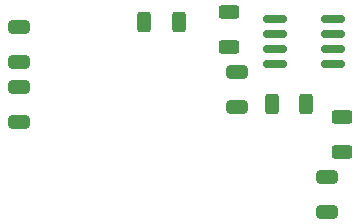
<source format=gbr>
%TF.GenerationSoftware,KiCad,Pcbnew,(6.0.1-0)*%
%TF.CreationDate,2023-07-04T10:19:11-04:00*%
%TF.ProjectId,Second Order Phase Shifter,5365636f-6e64-4204-9f72-646572205068,rev?*%
%TF.SameCoordinates,Original*%
%TF.FileFunction,Paste,Top*%
%TF.FilePolarity,Positive*%
%FSLAX46Y46*%
G04 Gerber Fmt 4.6, Leading zero omitted, Abs format (unit mm)*
G04 Created by KiCad (PCBNEW (6.0.1-0)) date 2023-07-04 10:19:11*
%MOMM*%
%LPD*%
G01*
G04 APERTURE LIST*
G04 Aperture macros list*
%AMRoundRect*
0 Rectangle with rounded corners*
0 $1 Rounding radius*
0 $2 $3 $4 $5 $6 $7 $8 $9 X,Y pos of 4 corners*
0 Add a 4 corners polygon primitive as box body*
4,1,4,$2,$3,$4,$5,$6,$7,$8,$9,$2,$3,0*
0 Add four circle primitives for the rounded corners*
1,1,$1+$1,$2,$3*
1,1,$1+$1,$4,$5*
1,1,$1+$1,$6,$7*
1,1,$1+$1,$8,$9*
0 Add four rect primitives between the rounded corners*
20,1,$1+$1,$2,$3,$4,$5,0*
20,1,$1+$1,$4,$5,$6,$7,0*
20,1,$1+$1,$6,$7,$8,$9,0*
20,1,$1+$1,$8,$9,$2,$3,0*%
G04 Aperture macros list end*
%ADD10RoundRect,0.150000X-0.825000X-0.150000X0.825000X-0.150000X0.825000X0.150000X-0.825000X0.150000X0*%
%ADD11RoundRect,0.250000X0.625000X-0.312500X0.625000X0.312500X-0.625000X0.312500X-0.625000X-0.312500X0*%
%ADD12RoundRect,0.250000X-0.312500X-0.625000X0.312500X-0.625000X0.312500X0.625000X-0.312500X0.625000X0*%
%ADD13RoundRect,0.250000X0.650000X-0.325000X0.650000X0.325000X-0.650000X0.325000X-0.650000X-0.325000X0*%
%ADD14RoundRect,0.250000X-0.650000X0.325000X-0.650000X-0.325000X0.650000X-0.325000X0.650000X0.325000X0*%
G04 APERTURE END LIST*
D10*
%TO.C,U1*%
X144845000Y-104521000D03*
X144845000Y-105791000D03*
X144845000Y-107061000D03*
X144845000Y-108331000D03*
X149795000Y-108331000D03*
X149795000Y-107061000D03*
X149795000Y-105791000D03*
X149795000Y-104521000D03*
%TD*%
D11*
%TO.C,R5*%
X150495000Y-112837500D03*
X150495000Y-115762500D03*
%TD*%
D12*
%TO.C,R4*%
X147512500Y-111760000D03*
X144587500Y-111760000D03*
%TD*%
D11*
%TO.C,R2*%
X140970000Y-106872500D03*
X140970000Y-103947500D03*
%TD*%
D12*
%TO.C,R1*%
X136717500Y-104775000D03*
X133792500Y-104775000D03*
%TD*%
D13*
%TO.C,C4*%
X149225000Y-117905000D03*
X149225000Y-120855000D03*
%TD*%
%TO.C,C3*%
X141605000Y-109015000D03*
X141605000Y-111965000D03*
%TD*%
D14*
%TO.C,C2*%
X123190000Y-113235000D03*
X123190000Y-110285000D03*
%TD*%
%TO.C,C1*%
X123190000Y-105205000D03*
X123190000Y-108155000D03*
%TD*%
M02*

</source>
